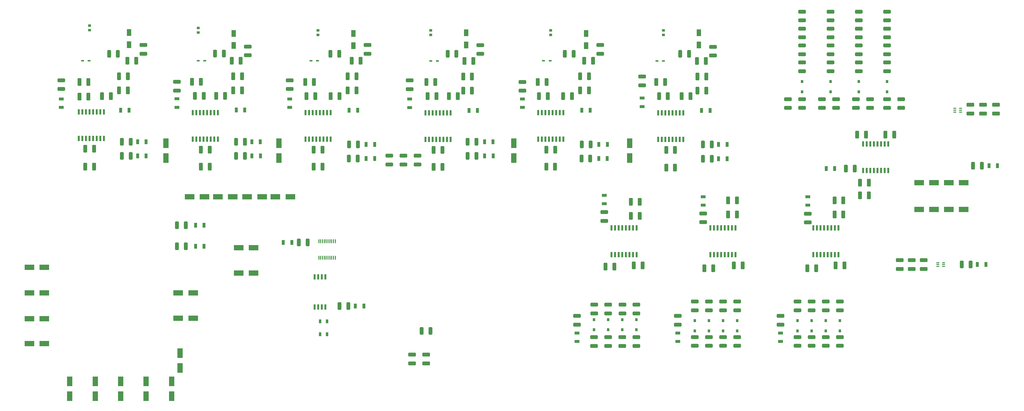
<source format=gbr>
%TF.GenerationSoftware,KiCad,Pcbnew,9.0.1*%
%TF.CreationDate,2025-12-19T01:31:40-08:00*%
%TF.ProjectId,ControlBoard,436f6e74-726f-46c4-926f-6172642e6b69,rev?*%
%TF.SameCoordinates,Original*%
%TF.FileFunction,Paste,Top*%
%TF.FilePolarity,Positive*%
%FSLAX46Y46*%
G04 Gerber Fmt 4.6, Leading zero omitted, Abs format (unit mm)*
G04 Created by KiCad (PCBNEW 9.0.1) date 2025-12-19 01:31:40*
%MOMM*%
%LPD*%
G01*
G04 APERTURE LIST*
G04 Aperture macros list*
%AMRoundRect*
0 Rectangle with rounded corners*
0 $1 Rounding radius*
0 $2 $3 $4 $5 $6 $7 $8 $9 X,Y pos of 4 corners*
0 Add a 4 corners polygon primitive as box body*
4,1,4,$2,$3,$4,$5,$6,$7,$8,$9,$2,$3,0*
0 Add four circle primitives for the rounded corners*
1,1,$1+$1,$2,$3*
1,1,$1+$1,$4,$5*
1,1,$1+$1,$6,$7*
1,1,$1+$1,$8,$9*
0 Add four rect primitives between the rounded corners*
20,1,$1+$1,$2,$3,$4,$5,0*
20,1,$1+$1,$4,$5,$6,$7,0*
20,1,$1+$1,$6,$7,$8,$9,0*
20,1,$1+$1,$8,$9,$2,$3,0*%
G04 Aperture macros list end*
%ADD10R,1.850000X3.500000*%
%ADD11RoundRect,0.250000X-1.075000X0.400000X-1.075000X-0.400000X1.075000X-0.400000X1.075000X0.400000X0*%
%ADD12R,1.750000X1.000000*%
%ADD13R,3.500000X1.850000*%
%ADD14RoundRect,0.250000X-0.412500X-1.100000X0.412500X-1.100000X0.412500X1.100000X-0.412500X1.100000X0*%
%ADD15R,0.650000X1.925000*%
%ADD16RoundRect,0.250000X0.412500X1.100000X-0.412500X1.100000X-0.412500X-1.100000X0.412500X-1.100000X0*%
%ADD17RoundRect,0.250000X1.075000X-0.400000X1.075000X0.400000X-1.075000X0.400000X-1.075000X-0.400000X0*%
%ADD18R,1.000000X1.750000*%
%ADD19RoundRect,0.250000X0.400000X1.075000X-0.400000X1.075000X-0.400000X-1.075000X0.400000X-1.075000X0*%
%ADD20R,1.000000X0.950000*%
%ADD21R,1.550000X2.350000*%
%ADD22R,1.075000X0.500000*%
%ADD23RoundRect,0.250000X-1.100000X0.412500X-1.100000X-0.412500X1.100000X-0.412500X1.100000X0.412500X0*%
%ADD24RoundRect,0.250000X-0.400000X-1.075000X0.400000X-1.075000X0.400000X1.075000X-0.400000X1.075000X0*%
%ADD25R,0.850000X1.050000*%
%ADD26RoundRect,0.250000X1.100000X-0.412500X1.100000X0.412500X-1.100000X0.412500X-1.100000X-0.412500X0*%
%ADD27R,0.650000X1.850000*%
%ADD28R,0.900000X1.350000*%
%ADD29R,1.000000X0.400000*%
%ADD30R,0.450000X1.475000*%
G04 APERTURE END LIST*
D10*
%TO.C,C174*%
X201000000Y-77300000D03*
X201000000Y-72000000D03*
%TD*%
%TO.C,C177*%
X242000000Y-72000000D03*
X242000000Y-77300000D03*
%TD*%
%TO.C,C173*%
X78000000Y-72000000D03*
X78000000Y-77300000D03*
%TD*%
%TO.C,C172*%
X118000000Y-72000000D03*
X118000000Y-77300000D03*
%TD*%
D11*
%TO.C,R127*%
X305000000Y-97000000D03*
X305000000Y-100100000D03*
%TD*%
D12*
%TO.C,LED37*%
X305000000Y-91000000D03*
X305000000Y-94000000D03*
%TD*%
D11*
%TO.C,R126*%
X268000000Y-96900000D03*
X268000000Y-100000000D03*
%TD*%
D12*
%TO.C,LED36*%
X268000000Y-91000000D03*
X268000000Y-94000000D03*
%TD*%
D11*
%TO.C,R125*%
X233000000Y-96450000D03*
X233000000Y-99550000D03*
%TD*%
D12*
%TO.C,LED35*%
X233000000Y-90500000D03*
X233000000Y-93500000D03*
%TD*%
D13*
%TO.C,C171*%
X91650000Y-91000000D03*
X86350000Y-91000000D03*
%TD*%
%TO.C,C170*%
X101650000Y-91000000D03*
X96350000Y-91000000D03*
%TD*%
%TO.C,C169*%
X112000000Y-91000000D03*
X106700000Y-91000000D03*
%TD*%
%TO.C,C168*%
X122000000Y-91000000D03*
X116700000Y-91000000D03*
%TD*%
D14*
%TO.C,C40*%
X91380000Y-55300000D03*
X88255000Y-55300000D03*
%TD*%
%TO.C,C126*%
X90380000Y-50300000D03*
X87255000Y-50300000D03*
%TD*%
D13*
%TO.C,C159*%
X354850000Y-95500000D03*
X360150000Y-95500000D03*
%TD*%
%TO.C,C158*%
X344350000Y-95500000D03*
X349650000Y-95500000D03*
%TD*%
%TO.C,C157*%
X354850000Y-86000000D03*
X360150000Y-86000000D03*
%TD*%
%TO.C,C156*%
X344350000Y-86000000D03*
X349650000Y-86000000D03*
%TD*%
D14*
%TO.C,C4*%
X323437500Y-90500000D03*
X326562500Y-90500000D03*
%TD*%
D11*
%TO.C,R99*%
X229500000Y-132286250D03*
X229500000Y-129186250D03*
%TD*%
D15*
%TO.C,IC11*%
X252035000Y-70688000D03*
X253305000Y-70688000D03*
X254575000Y-70688000D03*
X255845000Y-70688000D03*
X257115000Y-70688000D03*
X258385000Y-70688000D03*
X259655000Y-70688000D03*
X260925000Y-70688000D03*
X260925000Y-61264000D03*
X259655000Y-61264000D03*
X258385000Y-61264000D03*
X257115000Y-61264000D03*
X255845000Y-61264000D03*
X254575000Y-61264000D03*
X253305000Y-61264000D03*
X252035000Y-61264000D03*
%TD*%
D16*
%TO.C,C90*%
X269067500Y-53400000D03*
X265942500Y-53400000D03*
%TD*%
D17*
%TO.C,R63*%
X246440000Y-51550000D03*
X246440000Y-48450000D03*
%TD*%
D14*
%TO.C,C130*%
X251377500Y-50400000D03*
X254502500Y-50400000D03*
%TD*%
D18*
%TO.C,LED25*%
X276440000Y-77500000D03*
X273440000Y-77500000D03*
%TD*%
D14*
%TO.C,C87*%
X254917500Y-80688000D03*
X258042500Y-80688000D03*
%TD*%
D19*
%TO.C,R56*%
X271040000Y-72500000D03*
X267940000Y-72500000D03*
%TD*%
D16*
%TO.C,C86*%
X258042500Y-74400000D03*
X254917500Y-74400000D03*
%TD*%
D18*
%TO.C,LED28*%
X267440000Y-60400000D03*
X270440000Y-60400000D03*
%TD*%
D12*
%TO.C,LED27*%
X246440000Y-59050000D03*
X246440000Y-56050000D03*
%TD*%
D14*
%TO.C,C88*%
X252377500Y-55400000D03*
X255502500Y-55400000D03*
%TD*%
D19*
%TO.C,R57*%
X262990000Y-40400000D03*
X259890000Y-40400000D03*
%TD*%
D16*
%TO.C,C94*%
X269065000Y-48400000D03*
X265940000Y-48400000D03*
%TD*%
D19*
%TO.C,R55*%
X271040000Y-77500000D03*
X267940000Y-77500000D03*
%TD*%
D18*
%TO.C,LED26*%
X276440000Y-72500000D03*
X273440000Y-72500000D03*
%TD*%
D11*
%TO.C,R61*%
X271440000Y-37900000D03*
X271440000Y-41000000D03*
%TD*%
D20*
%TO.C,FB5*%
X253940000Y-32100000D03*
X253940000Y-33700000D03*
%TD*%
D21*
%TO.C,D11*%
X266440000Y-32900000D03*
X266440000Y-37200000D03*
%TD*%
D22*
%TO.C,D10*%
X251616000Y-42900000D03*
X253940000Y-42900000D03*
%TD*%
D14*
%TO.C,C95*%
X265815000Y-42900000D03*
X268940000Y-42900000D03*
%TD*%
D16*
%TO.C,C89*%
X263502500Y-55400000D03*
X260377500Y-55400000D03*
%TD*%
%TO.C,C105*%
X224497500Y-48350000D03*
X227622500Y-48350000D03*
%TD*%
D18*
%TO.C,LED30*%
X231060000Y-77450000D03*
X234060000Y-77450000D03*
%TD*%
D16*
%TO.C,C97*%
X212537500Y-74350000D03*
X215662500Y-74350000D03*
%TD*%
D15*
%TO.C,IC12*%
X209655000Y-61214000D03*
X210925000Y-61214000D03*
X212195000Y-61214000D03*
X213465000Y-61214000D03*
X214735000Y-61214000D03*
X216005000Y-61214000D03*
X217275000Y-61214000D03*
X218545000Y-61214000D03*
X218545000Y-70638000D03*
X217275000Y-70638000D03*
X216005000Y-70638000D03*
X214735000Y-70638000D03*
X213465000Y-70638000D03*
X212195000Y-70638000D03*
X210925000Y-70638000D03*
X209655000Y-70638000D03*
%TD*%
D18*
%TO.C,LED29*%
X231110000Y-72450000D03*
X234110000Y-72450000D03*
%TD*%
D12*
%TO.C,LED31*%
X204060000Y-56350000D03*
X204060000Y-59350000D03*
%TD*%
D14*
%TO.C,C98*%
X215622500Y-80350000D03*
X212497500Y-80350000D03*
%TD*%
D19*
%TO.C,R66*%
X224960000Y-77450000D03*
X228060000Y-77450000D03*
%TD*%
D16*
%TO.C,C101*%
X224497500Y-53350000D03*
X227622500Y-53350000D03*
%TD*%
D21*
%TO.C,D13*%
X226560000Y-37500000D03*
X226560000Y-33200000D03*
%TD*%
D19*
%TO.C,R67*%
X219060000Y-40350000D03*
X222160000Y-40350000D03*
%TD*%
D22*
%TO.C,D12*%
X213884000Y-42850000D03*
X211560000Y-42850000D03*
%TD*%
D18*
%TO.C,LED32*%
X228060000Y-60350000D03*
X225060000Y-60350000D03*
%TD*%
D14*
%TO.C,C131*%
X212622500Y-50350000D03*
X209497500Y-50350000D03*
%TD*%
%TO.C,C106*%
X229060000Y-42850000D03*
X225935000Y-42850000D03*
%TD*%
D20*
%TO.C,FB6*%
X214060000Y-33650000D03*
X214060000Y-32050000D03*
%TD*%
D11*
%TO.C,R71*%
X231560000Y-40350000D03*
X231560000Y-37250000D03*
%TD*%
D14*
%TO.C,C99*%
X213060000Y-55350000D03*
X209935000Y-55350000D03*
%TD*%
D19*
%TO.C,R65*%
X225060000Y-72450000D03*
X228160000Y-72450000D03*
%TD*%
D17*
%TO.C,R73*%
X204060000Y-50350000D03*
X204060000Y-53450000D03*
%TD*%
D16*
%TO.C,C100*%
X218497500Y-55350000D03*
X221622500Y-55350000D03*
%TD*%
D19*
%TO.C,R36*%
X187780000Y-76500000D03*
X184680000Y-76500000D03*
%TD*%
D14*
%TO.C,C128*%
X170117500Y-50400000D03*
X173242500Y-50400000D03*
%TD*%
D20*
%TO.C,FB3*%
X171680000Y-32100000D03*
X171680000Y-33700000D03*
%TD*%
D11*
%TO.C,R41*%
X189180000Y-37300000D03*
X189180000Y-40400000D03*
%TD*%
D18*
%TO.C,LED18*%
X193730000Y-76500000D03*
X190730000Y-76500000D03*
%TD*%
D14*
%TO.C,C65*%
X172657500Y-80400000D03*
X175782500Y-80400000D03*
%TD*%
D16*
%TO.C,C74*%
X186242500Y-48400000D03*
X183117500Y-48400000D03*
%TD*%
D14*
%TO.C,C73*%
X183555000Y-42900000D03*
X186680000Y-42900000D03*
%TD*%
D16*
%TO.C,C64*%
X175782500Y-74400000D03*
X172657500Y-74400000D03*
%TD*%
D19*
%TO.C,R35*%
X187780000Y-71500000D03*
X184680000Y-71500000D03*
%TD*%
D15*
%TO.C,IC9*%
X169775000Y-70688000D03*
X171045000Y-70688000D03*
X172315000Y-70688000D03*
X173585000Y-70688000D03*
X174855000Y-70688000D03*
X176125000Y-70688000D03*
X177395000Y-70688000D03*
X178665000Y-70688000D03*
X178665000Y-61264000D03*
X177395000Y-61264000D03*
X176125000Y-61264000D03*
X174855000Y-61264000D03*
X173585000Y-61264000D03*
X172315000Y-61264000D03*
X171045000Y-61264000D03*
X169775000Y-61264000D03*
%TD*%
D16*
%TO.C,C68*%
X186242500Y-53400000D03*
X183117500Y-53400000D03*
%TD*%
D18*
%TO.C,LED20*%
X185180000Y-60400000D03*
X188180000Y-60400000D03*
%TD*%
D19*
%TO.C,R37*%
X180730000Y-40400000D03*
X177630000Y-40400000D03*
%TD*%
D14*
%TO.C,C66*%
X170555000Y-55400000D03*
X173680000Y-55400000D03*
%TD*%
D12*
%TO.C,LED19*%
X164180000Y-59400000D03*
X164180000Y-56400000D03*
%TD*%
D22*
%TO.C,D6*%
X171680000Y-42900000D03*
X174004000Y-42900000D03*
%TD*%
D21*
%TO.C,D7*%
X184180000Y-32900000D03*
X184180000Y-37200000D03*
%TD*%
D17*
%TO.C,R43*%
X164180000Y-52900000D03*
X164180000Y-49800000D03*
%TD*%
D18*
%TO.C,LED17*%
X193680000Y-71500000D03*
X190680000Y-71500000D03*
%TD*%
D16*
%TO.C,C67*%
X181242500Y-55400000D03*
X178117500Y-55400000D03*
%TD*%
D15*
%TO.C,IC10*%
X127395000Y-70638000D03*
X128665000Y-70638000D03*
X129935000Y-70638000D03*
X131205000Y-70638000D03*
X132475000Y-70638000D03*
X133745000Y-70638000D03*
X135015000Y-70638000D03*
X136285000Y-70638000D03*
X136285000Y-61214000D03*
X135015000Y-61214000D03*
X133745000Y-61214000D03*
X132475000Y-61214000D03*
X131205000Y-61214000D03*
X129935000Y-61214000D03*
X128665000Y-61214000D03*
X127395000Y-61214000D03*
%TD*%
D16*
%TO.C,C83*%
X145362500Y-48350000D03*
X142237500Y-48350000D03*
%TD*%
D18*
%TO.C,LED21*%
X151800000Y-72450000D03*
X148800000Y-72450000D03*
%TD*%
D19*
%TO.C,R45*%
X145900000Y-72450000D03*
X142800000Y-72450000D03*
%TD*%
D12*
%TO.C,LED23*%
X121800000Y-59350000D03*
X121800000Y-56350000D03*
%TD*%
D14*
%TO.C,C76*%
X130277500Y-80350000D03*
X133402500Y-80350000D03*
%TD*%
D20*
%TO.C,FB4*%
X131800000Y-32050000D03*
X131800000Y-33650000D03*
%TD*%
D18*
%TO.C,LED24*%
X142800000Y-60350000D03*
X145800000Y-60350000D03*
%TD*%
D14*
%TO.C,C129*%
X127237500Y-50350000D03*
X130362500Y-50350000D03*
%TD*%
D19*
%TO.C,R47*%
X139300000Y-40350000D03*
X136200000Y-40350000D03*
%TD*%
D14*
%TO.C,C77*%
X127675000Y-55350000D03*
X130800000Y-55350000D03*
%TD*%
D11*
%TO.C,R51*%
X149300000Y-37250000D03*
X149300000Y-40350000D03*
%TD*%
D22*
%TO.C,D8*%
X129300000Y-42850000D03*
X131624000Y-42850000D03*
%TD*%
D17*
%TO.C,R53*%
X121800000Y-52850000D03*
X121800000Y-49750000D03*
%TD*%
D14*
%TO.C,C84*%
X143675000Y-42850000D03*
X146800000Y-42850000D03*
%TD*%
D16*
%TO.C,C75*%
X133362500Y-74350000D03*
X130237500Y-74350000D03*
%TD*%
D19*
%TO.C,R46*%
X145800000Y-77450000D03*
X142700000Y-77450000D03*
%TD*%
D18*
%TO.C,LED22*%
X151800000Y-77450000D03*
X148800000Y-77450000D03*
%TD*%
D16*
%TO.C,C79*%
X145362500Y-53350000D03*
X142237500Y-53350000D03*
%TD*%
D21*
%TO.C,D9*%
X144300000Y-33200000D03*
X144300000Y-37500000D03*
%TD*%
D16*
%TO.C,C78*%
X139362500Y-55350000D03*
X136237500Y-55350000D03*
%TD*%
D18*
%TO.C,LED7*%
X111380000Y-71500000D03*
X108380000Y-71500000D03*
%TD*%
D20*
%TO.C,FB1*%
X89420000Y-31200000D03*
X89420000Y-32800000D03*
%TD*%
D14*
%TO.C,C39*%
X90357500Y-80300000D03*
X93482500Y-80300000D03*
%TD*%
D19*
%TO.C,R15*%
X98470000Y-40300000D03*
X95370000Y-40300000D03*
%TD*%
D11*
%TO.C,R19*%
X106920000Y-37800000D03*
X106920000Y-40900000D03*
%TD*%
D22*
%TO.C,D1*%
X89420000Y-42800000D03*
X91744000Y-42800000D03*
%TD*%
D21*
%TO.C,D2*%
X101920000Y-33150000D03*
X101920000Y-37450000D03*
%TD*%
D16*
%TO.C,C38*%
X93482500Y-74300000D03*
X90357500Y-74300000D03*
%TD*%
D17*
%TO.C,R21*%
X81880000Y-53400000D03*
X81880000Y-50300000D03*
%TD*%
D16*
%TO.C,C42*%
X104942500Y-53300000D03*
X101817500Y-53300000D03*
%TD*%
D19*
%TO.C,R14*%
X105930000Y-76500000D03*
X102830000Y-76500000D03*
%TD*%
%TO.C,R13*%
X105930000Y-71500000D03*
X102830000Y-71500000D03*
%TD*%
D14*
%TO.C,C47*%
X101295000Y-42800000D03*
X104420000Y-42800000D03*
%TD*%
D18*
%TO.C,LED8*%
X111430000Y-76500000D03*
X108430000Y-76500000D03*
%TD*%
D16*
%TO.C,C46*%
X104942500Y-48300000D03*
X101817500Y-48300000D03*
%TD*%
D12*
%TO.C,LED9*%
X81880000Y-59300000D03*
X81880000Y-56300000D03*
%TD*%
D15*
%TO.C,IC7*%
X87515000Y-70588000D03*
X88785000Y-70588000D03*
X90055000Y-70588000D03*
X91325000Y-70588000D03*
X92595000Y-70588000D03*
X93865000Y-70588000D03*
X95135000Y-70588000D03*
X96405000Y-70588000D03*
X96405000Y-61164000D03*
X95135000Y-61164000D03*
X93865000Y-61164000D03*
X92595000Y-61164000D03*
X91325000Y-61164000D03*
X90055000Y-61164000D03*
X88785000Y-61164000D03*
X87515000Y-61164000D03*
%TD*%
D18*
%TO.C,LED10*%
X102880000Y-60300000D03*
X105880000Y-60300000D03*
%TD*%
%TO.C,LED13*%
X71000000Y-71500000D03*
X68000000Y-71500000D03*
%TD*%
D13*
%TO.C,C149*%
X109000000Y-118000000D03*
X103700000Y-118000000D03*
%TD*%
D23*
%TO.C,C133*%
X165000000Y-146875000D03*
X165000000Y-150000000D03*
%TD*%
D17*
%TO.C,R87*%
X310000000Y-59550000D03*
X310000000Y-56450000D03*
%TD*%
D13*
%TO.C,C143*%
X29700000Y-143000000D03*
X35000000Y-143000000D03*
%TD*%
D14*
%TO.C,C9*%
X322437500Y-69000000D03*
X325562500Y-69000000D03*
%TD*%
D17*
%TO.C,R86*%
X323000000Y-28550000D03*
X323000000Y-25450000D03*
%TD*%
D16*
%TO.C,C57*%
X64562500Y-48350000D03*
X61437500Y-48350000D03*
%TD*%
D24*
%TO.C,R4*%
X318450000Y-81000000D03*
X321550000Y-81000000D03*
%TD*%
D17*
%TO.C,R1*%
X167000000Y-79550000D03*
X167000000Y-76450000D03*
%TD*%
D16*
%TO.C,C17*%
X281930000Y-115286250D03*
X278805000Y-115286250D03*
%TD*%
D14*
%TO.C,C3*%
X323437500Y-86000000D03*
X326562500Y-86000000D03*
%TD*%
D11*
%TO.C,R114*%
X301367500Y-140675000D03*
X301367500Y-143775000D03*
%TD*%
D17*
%TO.C,R77*%
X333000000Y-46550000D03*
X333000000Y-43450000D03*
%TD*%
%TO.C,R82*%
X322000000Y-59550000D03*
X322000000Y-56450000D03*
%TD*%
D20*
%TO.C,FB2*%
X51000000Y-30350000D03*
X51000000Y-31950000D03*
%TD*%
D21*
%TO.C,D5*%
X65000000Y-32850000D03*
X65000000Y-37150000D03*
%TD*%
D19*
%TO.C,R25*%
X65550000Y-71500000D03*
X62450000Y-71500000D03*
%TD*%
D17*
%TO.C,R85*%
X323000000Y-34550000D03*
X323000000Y-31450000D03*
%TD*%
D25*
%TO.C,Z3*%
X313000000Y-50200000D03*
X313000000Y-53800000D03*
%TD*%
%TO.C,Z4*%
X303000000Y-50200000D03*
X303000000Y-53800000D03*
%TD*%
D17*
%TO.C,R3*%
X157000000Y-79550000D03*
X157000000Y-76450000D03*
%TD*%
D16*
%TO.C,C1*%
X245562500Y-97755000D03*
X242437500Y-97755000D03*
%TD*%
D23*
%TO.C,C137*%
X362500000Y-58437500D03*
X362500000Y-61562500D03*
%TD*%
D17*
%TO.C,R115*%
X280000000Y-131225000D03*
X280000000Y-128125000D03*
%TD*%
%TO.C,R81*%
X327000000Y-59550000D03*
X327000000Y-56450000D03*
%TD*%
D11*
%TO.C,R102*%
X234367500Y-140736250D03*
X234367500Y-143836250D03*
%TD*%
D17*
%TO.C,R97*%
X303000000Y-34550000D03*
X303000000Y-31450000D03*
%TD*%
D14*
%TO.C,C6*%
X233437500Y-115755000D03*
X236562500Y-115755000D03*
%TD*%
D17*
%TO.C,R75*%
X338000000Y-59550000D03*
X338000000Y-56450000D03*
%TD*%
D11*
%TO.C,R120*%
X270000000Y-140675000D03*
X270000000Y-143775000D03*
%TD*%
D16*
%TO.C,C2*%
X245562500Y-92755000D03*
X242437500Y-92755000D03*
%TD*%
D23*
%TO.C,C138*%
X367000000Y-58437500D03*
X367000000Y-61562500D03*
%TD*%
D26*
%TO.C,C135*%
X341750000Y-116562500D03*
X341750000Y-113437500D03*
%TD*%
D16*
%TO.C,C53*%
X52562500Y-74000000D03*
X49437500Y-74000000D03*
%TD*%
%TO.C,C10*%
X335562500Y-69000000D03*
X332437500Y-69000000D03*
%TD*%
D25*
%TO.C,Z1*%
X333000000Y-50200000D03*
X333000000Y-53800000D03*
%TD*%
D10*
%TO.C,C154*%
X83000000Y-146350000D03*
X83000000Y-151650000D03*
%TD*%
%TO.C,C147*%
X71000000Y-156350000D03*
X71000000Y-161650000D03*
%TD*%
%TO.C,C146*%
X62000000Y-156350000D03*
X62000000Y-161650000D03*
%TD*%
D13*
%TO.C,C142*%
X29700000Y-134200000D03*
X35000000Y-134200000D03*
%TD*%
D25*
%TO.C,Z2*%
X323000000Y-50200000D03*
X323000000Y-53800000D03*
%TD*%
D24*
%TO.C,R10*%
X125000000Y-107175000D03*
X128100000Y-107175000D03*
%TD*%
D17*
%TO.C,R88*%
X315000000Y-59550000D03*
X315000000Y-56450000D03*
%TD*%
D11*
%TO.C,R108*%
X316367500Y-140675000D03*
X316367500Y-143775000D03*
%TD*%
D17*
%TO.C,R5*%
X223367500Y-136286250D03*
X223367500Y-133186250D03*
%TD*%
D13*
%TO.C,C148*%
X109000000Y-109000000D03*
X103700000Y-109000000D03*
%TD*%
D17*
%TO.C,R121*%
X275000000Y-131225000D03*
X275000000Y-128125000D03*
%TD*%
D12*
%TO.C,LED15*%
X41000000Y-59350000D03*
X41000000Y-56350000D03*
%TD*%
D11*
%TO.C,R31*%
X70000000Y-37250000D03*
X70000000Y-40350000D03*
%TD*%
D25*
%TO.C,Z12*%
X301367500Y-138475000D03*
X301367500Y-134875000D03*
%TD*%
%TO.C,Z10*%
X311367500Y-138475000D03*
X311367500Y-134875000D03*
%TD*%
%TO.C,Z13*%
X280000000Y-138475000D03*
X280000000Y-134875000D03*
%TD*%
D18*
%TO.C,LED33*%
X372050000Y-80000000D03*
X369050000Y-80000000D03*
%TD*%
D16*
%TO.C,C19*%
X317930000Y-115286250D03*
X314805000Y-115286250D03*
%TD*%
D17*
%TO.C,R84*%
X323000000Y-40550000D03*
X323000000Y-37450000D03*
%TD*%
D11*
%TO.C,R106*%
X244367500Y-140736250D03*
X244367500Y-143836250D03*
%TD*%
D14*
%TO.C,C55*%
X47437500Y-55500000D03*
X50562500Y-55500000D03*
%TD*%
D17*
%TO.C,R109*%
X311367500Y-131225000D03*
X311367500Y-128125000D03*
%TD*%
D25*
%TO.C,Z6*%
X234367500Y-138086250D03*
X234367500Y-134486250D03*
%TD*%
D18*
%TO.C,LED34*%
X367950000Y-115000000D03*
X364950000Y-115000000D03*
%TD*%
D27*
%TO.C,IC6*%
X134405000Y-119350000D03*
X133135000Y-119350000D03*
X131865000Y-119350000D03*
X130595000Y-119350000D03*
X130595000Y-130000000D03*
X131865000Y-130000000D03*
X133135000Y-130000000D03*
X134405000Y-130000000D03*
%TD*%
D17*
%TO.C,R78*%
X333000000Y-40550000D03*
X333000000Y-37450000D03*
%TD*%
D19*
%TO.C,R12*%
X171550000Y-138500000D03*
X168450000Y-138500000D03*
%TD*%
D14*
%TO.C,C54*%
X49477500Y-80350000D03*
X52602500Y-80350000D03*
%TD*%
D18*
%TO.C,LED16*%
X62000000Y-60350000D03*
X65000000Y-60350000D03*
%TD*%
D17*
%TO.C,R79*%
X333000000Y-34550000D03*
X333000000Y-31450000D03*
%TD*%
D14*
%TO.C,C127*%
X47437500Y-50350000D03*
X50562500Y-50350000D03*
%TD*%
D17*
%TO.C,R92*%
X313000000Y-28550000D03*
X313000000Y-25450000D03*
%TD*%
D10*
%TO.C,C145*%
X53000000Y-156350000D03*
X53000000Y-161650000D03*
%TD*%
D17*
%TO.C,R89*%
X313000000Y-46550000D03*
X313000000Y-43450000D03*
%TD*%
D25*
%TO.C,Z7*%
X239367500Y-138086250D03*
X239367500Y-134486250D03*
%TD*%
%TO.C,Z16*%
X275000000Y-138475000D03*
X275000000Y-134875000D03*
%TD*%
D17*
%TO.C,R113*%
X301367500Y-131225000D03*
X301367500Y-128125000D03*
%TD*%
D14*
%TO.C,C18*%
X268437500Y-116286250D03*
X271562500Y-116286250D03*
%TD*%
D17*
%TO.C,R83*%
X323000000Y-46550000D03*
X323000000Y-43450000D03*
%TD*%
%TO.C,R7*%
X259000000Y-136286250D03*
X259000000Y-133186250D03*
%TD*%
%TO.C,R6*%
X295367500Y-136286250D03*
X295367500Y-133186250D03*
%TD*%
D13*
%TO.C,C151*%
X87650000Y-125000000D03*
X82350000Y-125000000D03*
%TD*%
D25*
%TO.C,Z14*%
X265000000Y-138475000D03*
X265000000Y-134875000D03*
%TD*%
D18*
%TO.C,LED14*%
X71000000Y-76500000D03*
X68000000Y-76500000D03*
%TD*%
D15*
%TO.C,IC3*%
X270555000Y-111467000D03*
X271825000Y-111467000D03*
X273095000Y-111467000D03*
X274365000Y-111467000D03*
X275635000Y-111467000D03*
X276905000Y-111467000D03*
X278175000Y-111467000D03*
X279445000Y-111467000D03*
X279445000Y-102043000D03*
X278175000Y-102043000D03*
X276905000Y-102043000D03*
X275635000Y-102043000D03*
X274365000Y-102043000D03*
X273095000Y-102043000D03*
X271825000Y-102043000D03*
X270555000Y-102043000D03*
%TD*%
D17*
%TO.C,R98*%
X303000000Y-28550000D03*
X303000000Y-25450000D03*
%TD*%
%TO.C,R94*%
X298000000Y-59550000D03*
X298000000Y-56450000D03*
%TD*%
D19*
%TO.C,R124*%
X362550000Y-115000000D03*
X359450000Y-115000000D03*
%TD*%
D17*
%TO.C,R80*%
X333000000Y-28550000D03*
X333000000Y-25450000D03*
%TD*%
D28*
%TO.C,FL1*%
X135000000Y-135125000D03*
X132500000Y-135125000D03*
X132500000Y-139675000D03*
X135000000Y-139675000D03*
%TD*%
D17*
%TO.C,R117*%
X265000000Y-131225000D03*
X265000000Y-128125000D03*
%TD*%
D16*
%TO.C,C16*%
X317562500Y-92286250D03*
X314437500Y-92286250D03*
%TD*%
D12*
%TO.C,LED3*%
X295367500Y-142236250D03*
X295367500Y-139236250D03*
%TD*%
D13*
%TO.C,C150*%
X87650000Y-134000000D03*
X82350000Y-134000000D03*
%TD*%
D25*
%TO.C,Z15*%
X270000000Y-138475000D03*
X270000000Y-134875000D03*
%TD*%
D10*
%TO.C,C144*%
X44000000Y-156350000D03*
X44000000Y-161650000D03*
%TD*%
D14*
%TO.C,C20*%
X304805000Y-116286250D03*
X307930000Y-116286250D03*
%TD*%
D18*
%TO.C,LED11*%
X91500000Y-101040000D03*
X88500000Y-101040000D03*
%TD*%
D26*
%TO.C,C134*%
X337500000Y-116562500D03*
X337500000Y-113437500D03*
%TD*%
D29*
%TO.C,IC14*%
X357000000Y-59700000D03*
X357000000Y-60350000D03*
X357000000Y-61000000D03*
X359000000Y-61000000D03*
X359000000Y-60350000D03*
X359000000Y-59700000D03*
%TD*%
D17*
%TO.C,R91*%
X313000000Y-34550000D03*
X313000000Y-31450000D03*
%TD*%
D18*
%TO.C,LED6*%
X148000000Y-129675000D03*
X145000000Y-129675000D03*
%TD*%
D17*
%TO.C,R107*%
X316367500Y-131225000D03*
X316367500Y-128125000D03*
%TD*%
D16*
%TO.C,C14*%
X317562500Y-97286250D03*
X314437500Y-97286250D03*
%TD*%
D19*
%TO.C,R26*%
X65550000Y-76500000D03*
X62450000Y-76500000D03*
%TD*%
D17*
%TO.C,R96*%
X303000000Y-40550000D03*
X303000000Y-37450000D03*
%TD*%
D11*
%TO.C,R103*%
X239500000Y-129186250D03*
X239500000Y-132286250D03*
%TD*%
%TO.C,R118*%
X265000000Y-140675000D03*
X265000000Y-143775000D03*
%TD*%
D18*
%TO.C,LED12*%
X91500000Y-108495000D03*
X88500000Y-108495000D03*
%TD*%
D11*
%TO.C,R105*%
X244367500Y-129186250D03*
X244367500Y-132286250D03*
%TD*%
D17*
%TO.C,R76*%
X333000000Y-59550000D03*
X333000000Y-56450000D03*
%TD*%
%TO.C,R2*%
X162000000Y-79550000D03*
X162000000Y-76450000D03*
%TD*%
D19*
%TO.C,R27*%
X61000000Y-40350000D03*
X57900000Y-40350000D03*
%TD*%
D17*
%TO.C,R111*%
X306367500Y-131225000D03*
X306367500Y-128125000D03*
%TD*%
D10*
%TO.C,C153*%
X80000000Y-156350000D03*
X80000000Y-161650000D03*
%TD*%
D23*
%TO.C,C139*%
X371500000Y-58437500D03*
X371500000Y-61562500D03*
%TD*%
D11*
%TO.C,R104*%
X239367500Y-140736250D03*
X239367500Y-143836250D03*
%TD*%
D26*
%TO.C,C136*%
X346000000Y-116562500D03*
X346000000Y-113437500D03*
%TD*%
D19*
%TO.C,R11*%
X142500000Y-129675000D03*
X139400000Y-129675000D03*
%TD*%
D15*
%TO.C,IC2*%
X333445000Y-72288000D03*
X332175000Y-72288000D03*
X330905000Y-72288000D03*
X329635000Y-72288000D03*
X328365000Y-72288000D03*
X327095000Y-72288000D03*
X325825000Y-72288000D03*
X324555000Y-72288000D03*
X324555000Y-81712000D03*
X325825000Y-81712000D03*
X327095000Y-81712000D03*
X328365000Y-81712000D03*
X329635000Y-81712000D03*
X330905000Y-81712000D03*
X332175000Y-81712000D03*
X333445000Y-81712000D03*
%TD*%
D14*
%TO.C,C62*%
X64375000Y-42850000D03*
X67500000Y-42850000D03*
%TD*%
D29*
%TO.C,IC13*%
X353000000Y-115650000D03*
X353000000Y-115000000D03*
X353000000Y-114350000D03*
X351000000Y-114350000D03*
X351000000Y-115000000D03*
X351000000Y-115650000D03*
%TD*%
D11*
%TO.C,R122*%
X275000000Y-140675000D03*
X275000000Y-143775000D03*
%TD*%
%TO.C,R112*%
X306367500Y-140675000D03*
X306367500Y-143775000D03*
%TD*%
D24*
%TO.C,R24*%
X81900000Y-108540000D03*
X85000000Y-108540000D03*
%TD*%
D13*
%TO.C,C141*%
X29700000Y-125000000D03*
X35000000Y-125000000D03*
%TD*%
D11*
%TO.C,R116*%
X280000000Y-140675000D03*
X280000000Y-143775000D03*
%TD*%
D25*
%TO.C,Z9*%
X316367500Y-138475000D03*
X316367500Y-134875000D03*
%TD*%
D15*
%TO.C,IC4*%
X306922500Y-111467000D03*
X308192500Y-111467000D03*
X309462500Y-111467000D03*
X310732500Y-111467000D03*
X312002500Y-111467000D03*
X313272500Y-111467000D03*
X314542500Y-111467000D03*
X315812500Y-111467000D03*
X315812500Y-102043000D03*
X314542500Y-102043000D03*
X313272500Y-102043000D03*
X312002500Y-102043000D03*
X310732500Y-102043000D03*
X309462500Y-102043000D03*
X308192500Y-102043000D03*
X306922500Y-102043000D03*
%TD*%
D25*
%TO.C,Z11*%
X306367500Y-138475000D03*
X306367500Y-134875000D03*
%TD*%
D16*
%TO.C,C15*%
X279930000Y-92286250D03*
X276805000Y-92286250D03*
%TD*%
D17*
%TO.C,R93*%
X303000000Y-59550000D03*
X303000000Y-56450000D03*
%TD*%
D12*
%TO.C,LED4*%
X259000000Y-142236250D03*
X259000000Y-139236250D03*
%TD*%
D24*
%TO.C,R23*%
X81900000Y-101040000D03*
X85000000Y-101040000D03*
%TD*%
D11*
%TO.C,R101*%
X234367500Y-129186250D03*
X234367500Y-132286250D03*
%TD*%
%TO.C,R110*%
X311367500Y-140675000D03*
X311367500Y-143775000D03*
%TD*%
%TO.C,R100*%
X229367500Y-140736250D03*
X229367500Y-143836250D03*
%TD*%
D17*
%TO.C,R95*%
X303000000Y-46550000D03*
X303000000Y-43450000D03*
%TD*%
D23*
%TO.C,C132*%
X170000000Y-146875000D03*
X170000000Y-150000000D03*
%TD*%
D16*
%TO.C,C5*%
X246562500Y-115286250D03*
X243437500Y-115286250D03*
%TD*%
D19*
%TO.C,R123*%
X366550000Y-80000000D03*
X363450000Y-80000000D03*
%TD*%
D15*
%TO.C,IC1*%
X235555000Y-111467000D03*
X236825000Y-111467000D03*
X238095000Y-111467000D03*
X239365000Y-111467000D03*
X240635000Y-111467000D03*
X241905000Y-111467000D03*
X243175000Y-111467000D03*
X244445000Y-111467000D03*
X244445000Y-102043000D03*
X243175000Y-102043000D03*
X241905000Y-102043000D03*
X240635000Y-102043000D03*
X239365000Y-102043000D03*
X238095000Y-102043000D03*
X236825000Y-102043000D03*
X235555000Y-102043000D03*
%TD*%
D17*
%TO.C,R90*%
X313000000Y-40550000D03*
X313000000Y-37450000D03*
%TD*%
D25*
%TO.C,Z8*%
X244367500Y-138086250D03*
X244367500Y-134486250D03*
%TD*%
D16*
%TO.C,C13*%
X279930000Y-97286250D03*
X276805000Y-97286250D03*
%TD*%
D18*
%TO.C,LED5*%
X119500000Y-107175000D03*
X122500000Y-107175000D03*
%TD*%
D12*
%TO.C,LED2*%
X223367500Y-142236250D03*
X223367500Y-139236250D03*
%TD*%
D16*
%TO.C,C61*%
X64562500Y-53350000D03*
X61437500Y-53350000D03*
%TD*%
D17*
%TO.C,R33*%
X41000000Y-52850000D03*
X41000000Y-49750000D03*
%TD*%
D22*
%TO.C,D4*%
X48500000Y-42850000D03*
X50824000Y-42850000D03*
%TD*%
D25*
%TO.C,Z5*%
X229367500Y-138086250D03*
X229367500Y-134486250D03*
%TD*%
D18*
%TO.C,LED1*%
X311500000Y-81000000D03*
X314500000Y-81000000D03*
%TD*%
D13*
%TO.C,C140*%
X29700000Y-116000000D03*
X35000000Y-116000000D03*
%TD*%
D15*
%TO.C,IC8*%
X47150000Y-70350000D03*
X48420000Y-70350000D03*
X49690000Y-70350000D03*
X50960000Y-70350000D03*
X52230000Y-70350000D03*
X53500000Y-70350000D03*
X54770000Y-70350000D03*
X56040000Y-70350000D03*
X56040000Y-60926000D03*
X54770000Y-60926000D03*
X53500000Y-60926000D03*
X52230000Y-60926000D03*
X50960000Y-60926000D03*
X49690000Y-60926000D03*
X48420000Y-60926000D03*
X47150000Y-60926000D03*
%TD*%
D30*
%TO.C,IC5*%
X132075000Y-112613000D03*
X132725000Y-112613000D03*
X133375000Y-112613000D03*
X134025000Y-112613000D03*
X134675000Y-112613000D03*
X135325000Y-112613000D03*
X135975000Y-112613000D03*
X136625000Y-112613000D03*
X137275000Y-112613000D03*
X137925000Y-112613000D03*
X137925000Y-106737000D03*
X137275000Y-106737000D03*
X136625000Y-106737000D03*
X135975000Y-106737000D03*
X135325000Y-106737000D03*
X134675000Y-106737000D03*
X134025000Y-106737000D03*
X133375000Y-106737000D03*
X132725000Y-106737000D03*
X132075000Y-106737000D03*
%TD*%
D17*
%TO.C,R119*%
X270000000Y-131225000D03*
X270000000Y-128125000D03*
%TD*%
D16*
%TO.C,C56*%
X58500000Y-55350000D03*
X55375000Y-55350000D03*
%TD*%
%TO.C,C41*%
X95817500Y-55300000D03*
X98942500Y-55300000D03*
%TD*%
M02*

</source>
